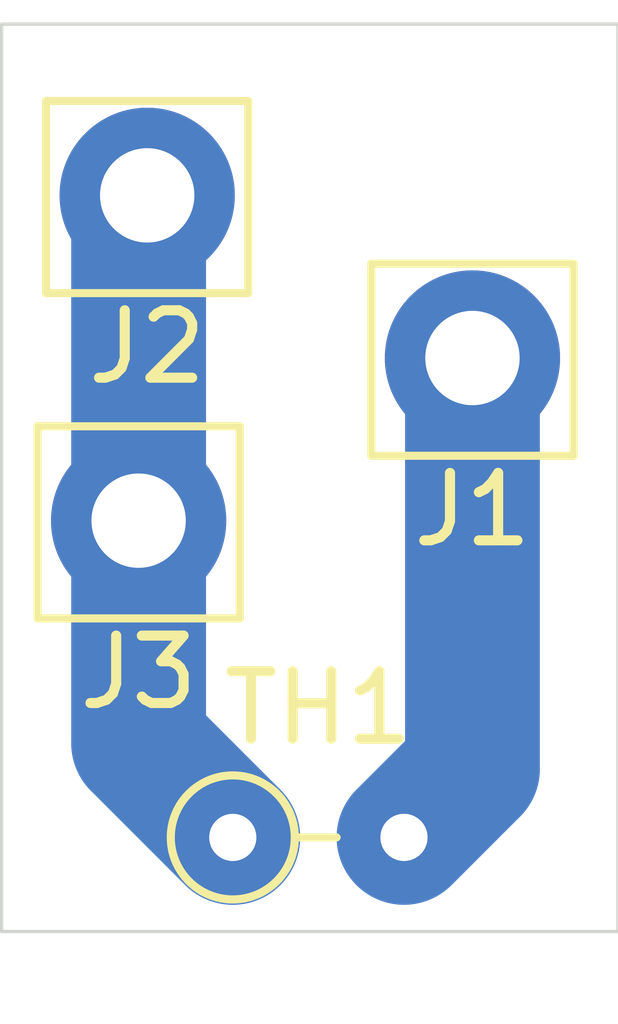
<source format=kicad_pcb>
(kicad_pcb (version 20171130) (host pcbnew "(5.1.6)-1")

  (general
    (thickness 1.6)
    (drawings 4)
    (tracks 5)
    (zones 0)
    (modules 4)
    (nets 3)
  )

  (page A4)
  (layers
    (0 F.Cu signal)
    (31 B.Cu signal)
    (32 B.Adhes user)
    (33 F.Adhes user)
    (34 B.Paste user)
    (35 F.Paste user)
    (36 B.SilkS user)
    (37 F.SilkS user)
    (38 B.Mask user)
    (39 F.Mask user)
    (40 Dwgs.User user)
    (41 Cmts.User user)
    (42 Eco1.User user)
    (43 Eco2.User user)
    (44 Edge.Cuts user)
    (45 Margin user)
    (46 B.CrtYd user)
    (47 F.CrtYd user)
    (48 B.Fab user)
    (49 F.Fab user)
  )

  (setup
    (last_trace_width 2)
    (user_trace_width 2)
    (user_trace_width 3)
    (trace_clearance 0.2)
    (zone_clearance 0.508)
    (zone_45_only no)
    (trace_min 0.2)
    (via_size 0.8)
    (via_drill 0.4)
    (via_min_size 0.4)
    (via_min_drill 0.3)
    (uvia_size 0.3)
    (uvia_drill 0.1)
    (uvias_allowed no)
    (uvia_min_size 0.2)
    (uvia_min_drill 0.1)
    (edge_width 0.05)
    (segment_width 0.2)
    (pcb_text_width 0.3)
    (pcb_text_size 1.5 1.5)
    (mod_edge_width 0.12)
    (mod_text_size 1 1)
    (mod_text_width 0.15)
    (pad_size 1.524 1.524)
    (pad_drill 0.762)
    (pad_to_mask_clearance 0.05)
    (aux_axis_origin 0 0)
    (visible_elements 7FFFFFFF)
    (pcbplotparams
      (layerselection 0x01000_fffffffe)
      (usegerberextensions false)
      (usegerberattributes true)
      (usegerberadvancedattributes true)
      (creategerberjobfile true)
      (excludeedgelayer true)
      (linewidth 0.100000)
      (plotframeref false)
      (viasonmask false)
      (mode 1)
      (useauxorigin false)
      (hpglpennumber 1)
      (hpglpenspeed 20)
      (hpglpendiameter 15.000000)
      (psnegative false)
      (psa4output false)
      (plotreference true)
      (plotvalue true)
      (plotinvisibletext false)
      (padsonsilk false)
      (subtractmaskfromsilk false)
      (outputformat 4)
      (mirror false)
      (drillshape 1)
      (scaleselection 1)
      (outputdirectory "Fabricacion/"))
  )

  (net 0 "")
  (net 1 "Net-(J1-Pad1)")
  (net 2 "Net-(J2-Pad1)")

  (net_class Default "This is the default net class."
    (clearance 0.2)
    (trace_width 0.25)
    (via_dia 0.8)
    (via_drill 0.4)
    (uvia_dia 0.3)
    (uvia_drill 0.1)
    (add_net "Net-(J1-Pad1)")
    (add_net "Net-(J2-Pad1)")
  )

  (module Resistor_THT:R_Axial_DIN0204_L3.6mm_D1.6mm_P2.54mm_Vertical (layer F.Cu) (tedit 5AE5139B) (tstamp 60A2FEC3)
    (at 141.605 105.283)
    (descr "Resistor, Axial_DIN0204 series, Axial, Vertical, pin pitch=2.54mm, 0.167W, length*diameter=3.6*1.6mm^2, http://cdn-reichelt.de/documents/datenblatt/B400/1_4W%23YAG.pdf")
    (tags "Resistor Axial_DIN0204 series Axial Vertical pin pitch 2.54mm 0.167W length 3.6mm diameter 1.6mm")
    (path /608CAFBE)
    (fp_text reference TH1 (at 1.27 -1.92) (layer F.SilkS)
      (effects (font (size 1 1) (thickness 0.15)))
    )
    (fp_text value PT100 (at 1.27 1.92) (layer F.Fab)
      (effects (font (size 1 1) (thickness 0.15)))
    )
    (fp_text user %R (at 1.27 -1.92) (layer F.Fab)
      (effects (font (size 1 1) (thickness 0.15)))
    )
    (fp_circle (center 0 0) (end 0.8 0) (layer F.Fab) (width 0.1))
    (fp_circle (center 0 0) (end 0.92 0) (layer F.SilkS) (width 0.12))
    (fp_line (start 0 0) (end 2.54 0) (layer F.Fab) (width 0.1))
    (fp_line (start 0.92 0) (end 1.54 0) (layer F.SilkS) (width 0.12))
    (fp_line (start -1.05 -1.05) (end -1.05 1.05) (layer F.CrtYd) (width 0.05))
    (fp_line (start -1.05 1.05) (end 3.49 1.05) (layer F.CrtYd) (width 0.05))
    (fp_line (start 3.49 1.05) (end 3.49 -1.05) (layer F.CrtYd) (width 0.05))
    (fp_line (start 3.49 -1.05) (end -1.05 -1.05) (layer F.CrtYd) (width 0.05))
    (pad 2 thru_hole oval (at 2.54 0) (size 1.4 1.4) (drill 0.7) (layers *.Cu *.Mask)
      (net 1 "Net-(J1-Pad1)"))
    (pad 1 thru_hole circle (at 0 0) (size 1.4 1.4) (drill 0.7) (layers *.Cu *.Mask)
      (net 2 "Net-(J2-Pad1)"))
    (model ${KISYS3DMOD}/Resistor_THT.3dshapes/R_Axial_DIN0204_L3.6mm_D1.6mm_P2.54mm_Vertical.wrl
      (at (xyz 0 0 0))
      (scale (xyz 1 1 1))
      (rotate (xyz 0 0 0))
    )
  )

  (module Connector_Pin:Pin_D1.4mm_L8.5mm_W2.8mm_FlatFork (layer F.Cu) (tedit 5C89BF14) (tstamp 60917B49)
    (at 140.208 100.584)
    (descr "solder Pin_ with flat with fork, hole diameter 1.4mm, length 8.5mm, width 2.8mm, e.g. Ettinger 13.13.890, https://katalog.ettinger.de/#p=434")
    (tags "solder Pin_ with flat fork")
    (path /608CD9CF)
    (fp_text reference J3 (at 0 2.25) (layer F.SilkS)
      (effects (font (size 1 1) (thickness 0.15)))
    )
    (fp_text value 2 (at 0 -2.05) (layer F.Fab)
      (effects (font (size 1 1) (thickness 0.15)))
    )
    (fp_line (start 1.9 1.8) (end -1.9 1.8) (layer F.CrtYd) (width 0.05))
    (fp_line (start 1.9 1.8) (end 1.9 -1.8) (layer F.CrtYd) (width 0.05))
    (fp_line (start -1.9 -1.8) (end -1.9 1.8) (layer F.CrtYd) (width 0.05))
    (fp_line (start -1.9 -1.8) (end 1.9 -1.8) (layer F.CrtYd) (width 0.05))
    (fp_line (start -1.4 0.25) (end -1.4 -0.25) (layer F.Fab) (width 0.1))
    (fp_line (start 1.4 -0.25) (end 1.4 0.25) (layer F.Fab) (width 0.1))
    (fp_line (start -1.5 1.45) (end 1.5 1.45) (layer F.SilkS) (width 0.12))
    (fp_line (start -1.5 -1.4) (end -1.5 1.45) (layer F.SilkS) (width 0.12))
    (fp_line (start 1.5 -1.4) (end 1.5 1.45) (layer F.SilkS) (width 0.12))
    (fp_line (start -1.5 -1.4) (end 1.5 -1.4) (layer F.SilkS) (width 0.12))
    (fp_line (start -1.4 -0.25) (end 1.4 -0.25) (layer F.Fab) (width 0.1))
    (fp_line (start 1.4 0.25) (end -1.4 0.25) (layer F.Fab) (width 0.1))
    (fp_text user %R (at 0 2.25) (layer F.Fab)
      (effects (font (size 1 1) (thickness 0.15)))
    )
    (pad 1 thru_hole circle (at 0 0) (size 2.6 2.6) (drill 1.4) (layers *.Cu *.Mask)
      (net 2 "Net-(J2-Pad1)"))
    (model ${KISYS3DMOD}/Connector_Pin.3dshapes/Pin_D1.4mm_L8.5mm_W2.8mm_FlatFork.wrl
      (at (xyz 0 0 0))
      (scale (xyz 1 1 1))
      (rotate (xyz 0 0 0))
    )
  )

  (module Connector_Pin:Pin_D1.4mm_L8.5mm_W2.8mm_FlatFork (layer F.Cu) (tedit 5C89BF14) (tstamp 60917B37)
    (at 140.335 95.758)
    (descr "solder Pin_ with flat with fork, hole diameter 1.4mm, length 8.5mm, width 2.8mm, e.g. Ettinger 13.13.890, https://katalog.ettinger.de/#p=434")
    (tags "solder Pin_ with flat fork")
    (path /608C9C7F)
    (fp_text reference J2 (at 0 2.25) (layer F.SilkS)
      (effects (font (size 1 1) (thickness 0.15)))
    )
    (fp_text value 1 (at 0 -2.05) (layer F.Fab)
      (effects (font (size 1 1) (thickness 0.15)))
    )
    (fp_line (start 1.9 1.8) (end -1.9 1.8) (layer F.CrtYd) (width 0.05))
    (fp_line (start 1.9 1.8) (end 1.9 -1.8) (layer F.CrtYd) (width 0.05))
    (fp_line (start -1.9 -1.8) (end -1.9 1.8) (layer F.CrtYd) (width 0.05))
    (fp_line (start -1.9 -1.8) (end 1.9 -1.8) (layer F.CrtYd) (width 0.05))
    (fp_line (start -1.4 0.25) (end -1.4 -0.25) (layer F.Fab) (width 0.1))
    (fp_line (start 1.4 -0.25) (end 1.4 0.25) (layer F.Fab) (width 0.1))
    (fp_line (start -1.5 1.45) (end 1.5 1.45) (layer F.SilkS) (width 0.12))
    (fp_line (start -1.5 -1.4) (end -1.5 1.45) (layer F.SilkS) (width 0.12))
    (fp_line (start 1.5 -1.4) (end 1.5 1.45) (layer F.SilkS) (width 0.12))
    (fp_line (start -1.5 -1.4) (end 1.5 -1.4) (layer F.SilkS) (width 0.12))
    (fp_line (start -1.4 -0.25) (end 1.4 -0.25) (layer F.Fab) (width 0.1))
    (fp_line (start 1.4 0.25) (end -1.4 0.25) (layer F.Fab) (width 0.1))
    (fp_text user %R (at 0 2.25) (layer F.Fab)
      (effects (font (size 1 1) (thickness 0.15)))
    )
    (pad 1 thru_hole circle (at 0 0) (size 2.6 2.6) (drill 1.4) (layers *.Cu *.Mask)
      (net 2 "Net-(J2-Pad1)"))
    (model ${KISYS3DMOD}/Connector_Pin.3dshapes/Pin_D1.4mm_L8.5mm_W2.8mm_FlatFork.wrl
      (at (xyz 0 0 0))
      (scale (xyz 1 1 1))
      (rotate (xyz 0 0 0))
    )
  )

  (module Connector_Pin:Pin_D1.4mm_L8.5mm_W2.8mm_FlatFork (layer F.Cu) (tedit 5C89BF14) (tstamp 60917B25)
    (at 145.161 98.171)
    (descr "solder Pin_ with flat with fork, hole diameter 1.4mm, length 8.5mm, width 2.8mm, e.g. Ettinger 13.13.890, https://katalog.ettinger.de/#p=434")
    (tags "solder Pin_ with flat fork")
    (path /608CE0CB)
    (fp_text reference J1 (at 0 2.25) (layer F.SilkS)
      (effects (font (size 1 1) (thickness 0.15)))
    )
    (fp_text value 3 (at 0 -2.05) (layer F.Fab)
      (effects (font (size 1 1) (thickness 0.15)))
    )
    (fp_line (start 1.9 1.8) (end -1.9 1.8) (layer F.CrtYd) (width 0.05))
    (fp_line (start 1.9 1.8) (end 1.9 -1.8) (layer F.CrtYd) (width 0.05))
    (fp_line (start -1.9 -1.8) (end -1.9 1.8) (layer F.CrtYd) (width 0.05))
    (fp_line (start -1.9 -1.8) (end 1.9 -1.8) (layer F.CrtYd) (width 0.05))
    (fp_line (start -1.4 0.25) (end -1.4 -0.25) (layer F.Fab) (width 0.1))
    (fp_line (start 1.4 -0.25) (end 1.4 0.25) (layer F.Fab) (width 0.1))
    (fp_line (start -1.5 1.45) (end 1.5 1.45) (layer F.SilkS) (width 0.12))
    (fp_line (start -1.5 -1.4) (end -1.5 1.45) (layer F.SilkS) (width 0.12))
    (fp_line (start 1.5 -1.4) (end 1.5 1.45) (layer F.SilkS) (width 0.12))
    (fp_line (start -1.5 -1.4) (end 1.5 -1.4) (layer F.SilkS) (width 0.12))
    (fp_line (start -1.4 -0.25) (end 1.4 -0.25) (layer F.Fab) (width 0.1))
    (fp_line (start 1.4 0.25) (end -1.4 0.25) (layer F.Fab) (width 0.1))
    (fp_text user %R (at 0 2.25) (layer F.Fab)
      (effects (font (size 1 1) (thickness 0.15)))
    )
    (pad 1 thru_hole circle (at 0 0) (size 2.6 2.6) (drill 1.4) (layers *.Cu *.Mask)
      (net 1 "Net-(J1-Pad1)"))
    (model ${KISYS3DMOD}/Connector_Pin.3dshapes/Pin_D1.4mm_L8.5mm_W2.8mm_FlatFork.wrl
      (at (xyz 0 0 0))
      (scale (xyz 1 1 1))
      (rotate (xyz 0 0 0))
    )
  )

  (gr_line (start 147.32 93.218) (end 138.176 93.218) (layer Edge.Cuts) (width 0.05) (tstamp 608CB6C4))
  (gr_line (start 147.32 106.68) (end 147.32 93.218) (layer Edge.Cuts) (width 0.05))
  (gr_line (start 138.176 106.68) (end 147.32 106.68) (layer Edge.Cuts) (width 0.05))
  (gr_line (start 138.176 93.218) (end 138.176 106.68) (layer Edge.Cuts) (width 0.05))

  (segment (start 145.161 104.267) (end 144.145 105.283) (width 2) (layer B.Cu) (net 1))
  (segment (start 145.161 98.171) (end 145.161 104.267) (width 2) (layer B.Cu) (net 1))
  (segment (start 141.605 105.283) (end 140.208 103.886) (width 2) (layer B.Cu) (net 2))
  (segment (start 140.208 95.885) (end 140.335 95.758) (width 2) (layer B.Cu) (net 2))
  (segment (start 140.208 103.886) (end 140.208 95.885) (width 2) (layer B.Cu) (net 2))

)

</source>
